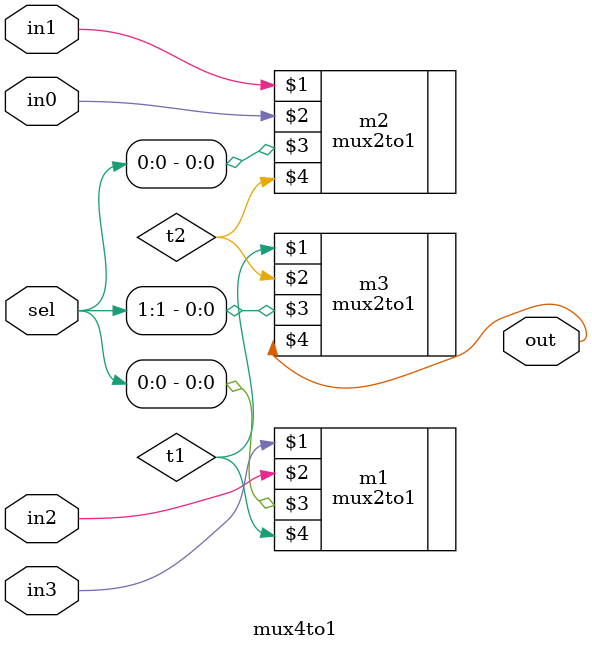
<source format=sv>
module mux4to1(in0, in1, in2, in3, sel, out);
	input in0, in1, in2, in3;
	input [1:0] sel;
	output out;
	wire t1, t2;

	mux2to1 m1 (in3, in2, sel[0], t1);
	mux2to1 m2 (in1, in0, sel[0], t2);
	mux2to1 m3 (t1, t2, sel[1], out);

endmodule


</source>
